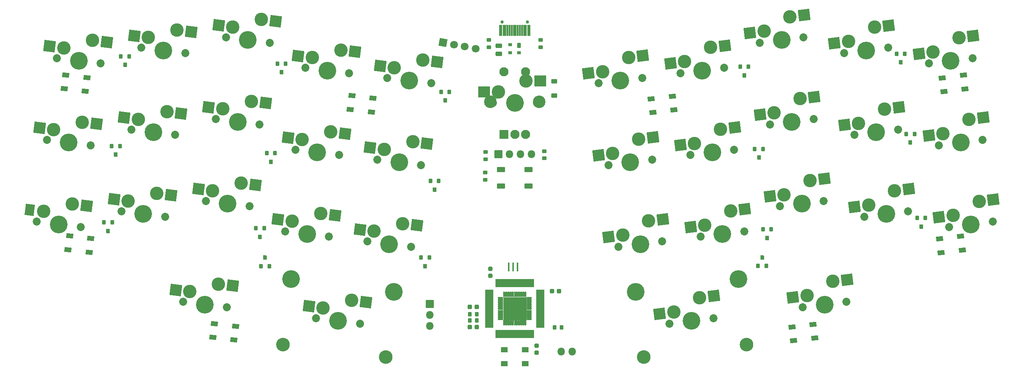
<source format=gbr>
%TF.GenerationSoftware,KiCad,Pcbnew,(6.0.4)*%
%TF.CreationDate,2022-05-08T12:30:25-05:00*%
%TF.ProjectId,LeChiffre-HE,4c654368-6966-4667-9265-2d48452e6b69,rev?*%
%TF.SameCoordinates,Original*%
%TF.FileFunction,Soldermask,Bot*%
%TF.FilePolarity,Negative*%
%FSLAX46Y46*%
G04 Gerber Fmt 4.6, Leading zero omitted, Abs format (unit mm)*
G04 Created by KiCad (PCBNEW (6.0.4)) date 2022-05-08 12:30:25*
%MOMM*%
%LPD*%
G01*
G04 APERTURE LIST*
G04 Aperture macros list*
%AMRoundRect*
0 Rectangle with rounded corners*
0 $1 Rounding radius*
0 $2 $3 $4 $5 $6 $7 $8 $9 X,Y pos of 4 corners*
0 Add a 4 corners polygon primitive as box body*
4,1,4,$2,$3,$4,$5,$6,$7,$8,$9,$2,$3,0*
0 Add four circle primitives for the rounded corners*
1,1,$1+$1,$2,$3*
1,1,$1+$1,$4,$5*
1,1,$1+$1,$6,$7*
1,1,$1+$1,$8,$9*
0 Add four rect primitives between the rounded corners*
20,1,$1+$1,$2,$3,$4,$5,0*
20,1,$1+$1,$4,$5,$6,$7,0*
20,1,$1+$1,$6,$7,$8,$9,0*
20,1,$1+$1,$8,$9,$2,$3,0*%
%AMHorizOval*
0 Thick line with rounded ends*
0 $1 width*
0 $2 $3 position (X,Y) of the first rounded end (center of the circle)*
0 $4 $5 position (X,Y) of the second rounded end (center of the circle)*
0 Add line between two ends*
20,1,$1,$2,$3,$4,$5,0*
0 Add two circle primitives to create the rounded ends*
1,1,$1,$2,$3*
1,1,$1,$4,$5*%
%AMFreePoly0*
4,1,14,0.486062,0.436062,0.501000,0.400000,0.501000,-0.240000,0.486062,-0.276062,0.326062,-0.436062,0.290000,-0.451000,-0.450000,-0.451000,-0.486062,-0.436062,-0.501000,-0.400000,-0.501000,0.400000,-0.486062,0.436062,-0.450000,0.451000,0.450000,0.451000,0.486062,0.436062,0.486062,0.436062,$1*%
G04 Aperture macros list end*
%ADD10C,1.852000*%
%ADD11C,3.102000*%
%ADD12C,4.089800*%
%ADD13RoundRect,0.051000X-1.417833X-1.085299X1.113160X-1.396066X1.417833X1.085299X-1.113160X1.396066X0*%
%ADD14RoundRect,0.051000X-1.144883X-1.118813X0.840209X-1.362552X1.144883X1.118813X-0.840209X1.362552X0*%
%ADD15C,3.150000*%
%ADD16RoundRect,0.051000X-1.113160X-1.396066X1.417833X-1.085299X1.113160X1.396066X-1.417833X1.085299X0*%
%ADD17RoundRect,0.051000X0.850000X0.850000X-0.850000X0.850000X-0.850000X-0.850000X0.850000X-0.850000X0*%
%ADD18O,1.802000X1.802000*%
%ADD19RoundRect,0.051000X0.850000X-0.850000X0.850000X0.850000X-0.850000X0.850000X-0.850000X-0.850000X0*%
%ADD20RoundRect,0.051000X1.000000X-1.000000X1.000000X1.000000X-1.000000X1.000000X-1.000000X-1.000000X0*%
%ADD21C,2.102000*%
%ADD22C,2.902000*%
%ADD23RoundRect,0.051000X-1.275000X-1.250000X1.275000X-1.250000X1.275000X1.250000X-1.275000X1.250000X0*%
%ADD24RoundRect,0.276000X0.225000X0.250000X-0.225000X0.250000X-0.225000X-0.250000X0.225000X-0.250000X0*%
%ADD25RoundRect,0.276000X-0.250000X0.225000X-0.250000X-0.225000X0.250000X-0.225000X0.250000X0.225000X0*%
%ADD26RoundRect,0.276000X0.250000X-0.225000X0.250000X0.225000X-0.250000X0.225000X-0.250000X-0.225000X0*%
%ADD27RoundRect,0.294750X0.456250X-0.243750X0.456250X0.243750X-0.456250X0.243750X-0.456250X-0.243750X0*%
%ADD28RoundRect,0.200000X-0.750000X-0.250000X0.750000X-0.250000X0.750000X0.250000X-0.750000X0.250000X0*%
%ADD29RoundRect,0.200000X-0.250000X-0.750000X0.250000X-0.750000X0.250000X0.750000X-0.250000X0.750000X0*%
%ADD30C,0.752000*%
%ADD31RoundRect,0.051000X-0.300000X-1.225000X0.300000X-1.225000X0.300000X1.225000X-0.300000X1.225000X0*%
%ADD32RoundRect,0.051000X-0.150000X-1.225000X0.150000X-1.225000X0.150000X1.225000X-0.150000X1.225000X0*%
%ADD33RoundRect,0.251000X0.275000X-0.200000X0.275000X0.200000X-0.275000X0.200000X-0.275000X-0.200000X0*%
%ADD34RoundRect,0.251000X0.200000X0.275000X-0.200000X0.275000X-0.200000X-0.275000X0.200000X-0.275000X0*%
%ADD35RoundRect,0.251000X-0.200000X-0.275000X0.200000X-0.275000X0.200000X0.275000X-0.200000X0.275000X0*%
%ADD36RoundRect,0.251000X-0.275000X0.200000X-0.275000X-0.200000X0.275000X-0.200000X0.275000X0.200000X0*%
%ADD37RoundRect,0.051000X-0.850000X-0.500000X0.850000X-0.500000X0.850000X0.500000X-0.850000X0.500000X0*%
%ADD38RoundRect,0.051000X-0.805344X-0.404871X0.683475X-0.587675X0.805344X0.404871X-0.683475X0.587675X0*%
%ADD39RoundRect,0.051000X0.805344X0.404871X-0.683475X0.587675X-0.805344X-0.404871X0.683475X-0.587675X0*%
%ADD40RoundRect,0.051000X0.683475X0.587675X-0.805344X0.404871X-0.683475X-0.587675X0.805344X-0.404871X0*%
%ADD41RoundRect,0.051000X-0.683475X-0.587675X0.805344X-0.404871X0.683475X0.587675X-0.805344X0.404871X0*%
%ADD42RoundRect,0.051000X-0.750000X-0.500000X0.750000X-0.500000X0.750000X0.500000X-0.750000X0.500000X0*%
%ADD43RoundRect,0.117667X-0.333333X0.383333X-0.333333X-0.383333X0.333333X-0.383333X0.333333X0.383333X0*%
%ADD44FreePoly0,270.000000*%
%ADD45RoundRect,0.117667X0.333333X-0.383333X0.333333X0.383333X-0.333333X0.383333X-0.333333X-0.383333X0*%
%ADD46FreePoly0,90.000000*%
%ADD47RoundRect,0.051000X-0.350000X0.500000X-0.350000X-0.500000X0.350000X-0.500000X0.350000X0.500000X0*%
%ADD48RoundRect,0.051000X-0.350000X0.300000X-0.350000X-0.300000X0.350000X-0.300000X0.350000X0.300000X0*%
%ADD49RoundRect,0.051000X0.600000X-0.450000X0.600000X0.450000X-0.600000X0.450000X-0.600000X-0.450000X0*%
%ADD50RoundRect,0.113500X-0.475000X-0.062500X0.475000X-0.062500X0.475000X0.062500X-0.475000X0.062500X0*%
%ADD51RoundRect,0.113500X-0.062500X-0.475000X0.062500X-0.475000X0.062500X0.475000X-0.062500X0.475000X0*%
%ADD52RoundRect,0.051000X-2.600000X-2.600000X2.600000X-2.600000X2.600000X2.600000X-2.600000X2.600000X0*%
%ADD53RoundRect,0.051000X-0.680866X0.990667X-0.990667X-0.680866X0.680866X-0.990667X0.990667X0.680866X0*%
%ADD54HorizOval,1.802000X0.000000X0.000000X0.000000X0.000000X0*%
%ADD55RoundRect,0.051000X0.150000X1.000000X-0.150000X1.000000X-0.150000X-1.000000X0.150000X-1.000000X0*%
G04 APERTURE END LIST*
D10*
X32463670Y-49809927D03*
D11*
X34033751Y-47443634D03*
D10*
X42547938Y-51048119D03*
D12*
X37505804Y-50429023D03*
D11*
X40645967Y-45696437D03*
D13*
X30783163Y-47044510D03*
X43923355Y-46098849D03*
D10*
X40226327Y-69956123D03*
D11*
X38324356Y-64604441D03*
D10*
X30142059Y-68717931D03*
D12*
X35184193Y-69337027D03*
D11*
X31712140Y-66351638D03*
D13*
X28461552Y-65952514D03*
X41601744Y-65006853D03*
D12*
X32862582Y-88245032D03*
D11*
X29390529Y-85259643D03*
D10*
X37904716Y-88864128D03*
X27820448Y-87625936D03*
D11*
X36002745Y-83512446D03*
D14*
X26139941Y-84860519D03*
D13*
X39280133Y-83914858D03*
D10*
X62036345Y-48642729D03*
D11*
X53522158Y-45038244D03*
X60134374Y-43291047D03*
D10*
X51952077Y-47404537D03*
D12*
X56994211Y-48023633D03*
D13*
X50271570Y-44639121D03*
X63411762Y-43693459D03*
D11*
X57812763Y-62199051D03*
X51200547Y-63946248D03*
D12*
X54672600Y-66931637D03*
D10*
X59714734Y-67550733D03*
X49630466Y-66312541D03*
D13*
X47949959Y-63547125D03*
X61090151Y-62601463D03*
D10*
X57393123Y-86458738D03*
X47308855Y-85220546D03*
D11*
X48878936Y-82854253D03*
D12*
X52350989Y-85839642D03*
D11*
X55491152Y-81107056D03*
D13*
X45628348Y-82455130D03*
X58768540Y-81509468D03*
D12*
X74161007Y-64526247D03*
D10*
X69118873Y-63907151D03*
D11*
X77301170Y-59793661D03*
D10*
X79203141Y-65145343D03*
D11*
X70688954Y-61540858D03*
D13*
X67438366Y-61141734D03*
X80578558Y-60196073D03*
D10*
X76881530Y-84053348D03*
D12*
X71839396Y-83434252D03*
D11*
X74979559Y-78701666D03*
D10*
X66797262Y-82815156D03*
D11*
X68367343Y-80448863D03*
D13*
X65116755Y-80049739D03*
X78256947Y-79104078D03*
D10*
X99852353Y-53285951D03*
X89768085Y-52047759D03*
D11*
X97950382Y-47934269D03*
X91338166Y-49681466D03*
D12*
X94810219Y-52666855D03*
D13*
X88087578Y-49282343D03*
X101227770Y-48336681D03*
D10*
X87446474Y-70955763D03*
D12*
X92488608Y-71574859D03*
D11*
X89016555Y-68589470D03*
X95628771Y-66842273D03*
D10*
X97530742Y-72193955D03*
D13*
X85765967Y-68190347D03*
X98906159Y-67244685D03*
D10*
X85124863Y-89863768D03*
D11*
X93307160Y-85750278D03*
X86694944Y-87497475D03*
D12*
X90166997Y-90482864D03*
D10*
X95209131Y-91101960D03*
D13*
X83444356Y-87098352D03*
X96584548Y-86152690D03*
D10*
X108676089Y-54369370D03*
D11*
X110246170Y-52003077D03*
X116858386Y-50255880D03*
D10*
X118760357Y-55607562D03*
D12*
X113718223Y-54988466D03*
D13*
X106995582Y-51603953D03*
X120135774Y-50658292D03*
D10*
X116438746Y-74515566D03*
D11*
X114536775Y-69163884D03*
X107924559Y-70911081D03*
D12*
X111396612Y-73896470D03*
D10*
X106354478Y-73277374D03*
D13*
X104673971Y-70511957D03*
X117814163Y-69566296D03*
D11*
X105602949Y-89819086D03*
D10*
X114117136Y-93423571D03*
X104032868Y-92185379D03*
D11*
X112215165Y-88071889D03*
D12*
X109075002Y-92804475D03*
D13*
X102352361Y-89419962D03*
X115492553Y-88474301D03*
D15*
X108297147Y-118939484D03*
D12*
X110154435Y-103813081D03*
D11*
X93827335Y-107566284D03*
X100439551Y-105819087D03*
D12*
X97299388Y-110551673D03*
X86456403Y-100903328D03*
D10*
X92257254Y-109932577D03*
X102341522Y-111170769D03*
D15*
X84599115Y-116029732D03*
D13*
X90576747Y-107167161D03*
X103716939Y-106221499D03*
D10*
X157369643Y-55607562D03*
D11*
X164313748Y-49636783D03*
D12*
X162411777Y-54988466D03*
D11*
X158320628Y-52931721D03*
D10*
X167453911Y-54369370D03*
D16*
X155070039Y-53330843D03*
X167591135Y-49234371D03*
D12*
X164733388Y-73896470D03*
D10*
X159691254Y-74515566D03*
D11*
X160642239Y-71839725D03*
D10*
X169775522Y-73277374D03*
D11*
X166635359Y-68544787D03*
D16*
X157391650Y-72238847D03*
X169912746Y-68142375D03*
D10*
X172097132Y-92185379D03*
X162012864Y-93423571D03*
D11*
X168956969Y-87452792D03*
D12*
X167054998Y-92804475D03*
D11*
X162963849Y-90747730D03*
D16*
X159713260Y-91146852D03*
X172234356Y-87050380D03*
D12*
X189673597Y-100903328D03*
D10*
X173788478Y-111170769D03*
D15*
X191530885Y-116029732D03*
D11*
X174739463Y-108494928D03*
D15*
X167832853Y-118939484D03*
D11*
X180732583Y-105199990D03*
D10*
X183872746Y-109932577D03*
D12*
X165975565Y-103813081D03*
X178830612Y-110551673D03*
D16*
X171488874Y-108894050D03*
X184009970Y-104797578D03*
D10*
X186361915Y-52047759D03*
D11*
X177228632Y-50610110D03*
D12*
X181319781Y-52666855D03*
D10*
X176277647Y-53285951D03*
D11*
X183221752Y-47315172D03*
D16*
X173978043Y-51009232D03*
X186499139Y-46912760D03*
D10*
X178599258Y-72193955D03*
D12*
X183641392Y-71574859D03*
D10*
X188683526Y-70955763D03*
D11*
X185543363Y-66223176D03*
X179550243Y-69518114D03*
D16*
X176299654Y-69917236D03*
X188820750Y-65820764D03*
D10*
X180920869Y-91101960D03*
X191005137Y-89863768D03*
D11*
X181871854Y-88426119D03*
X187864974Y-85131181D03*
D12*
X185963003Y-90482864D03*
D16*
X178621265Y-88825241D03*
X191142361Y-84728769D03*
D11*
X211457842Y-101427403D03*
D10*
X204513737Y-107398182D03*
D12*
X209555871Y-106779086D03*
D11*
X205464722Y-104722341D03*
D10*
X214598005Y-106159990D03*
D16*
X202214133Y-105121463D03*
X214735229Y-101024991D03*
D11*
X201549353Y-40266560D03*
D10*
X204689516Y-44999147D03*
D12*
X199647382Y-45618243D03*
D11*
X195556233Y-43561498D03*
D10*
X194605248Y-46237339D03*
D16*
X192305644Y-43960620D03*
X204826740Y-39864148D03*
D10*
X196926859Y-65145343D03*
D11*
X203870964Y-59174564D03*
D10*
X207011127Y-63907151D03*
D12*
X201968993Y-64526247D03*
D11*
X197877844Y-62469502D03*
D16*
X194627255Y-62868624D03*
X207148351Y-58772152D03*
D11*
X206192575Y-78082569D03*
D12*
X204290604Y-83434252D03*
D11*
X200199455Y-81377507D03*
D10*
X199248470Y-84053348D03*
X209332738Y-82815156D03*
D16*
X196948866Y-81776629D03*
X209469962Y-77680157D03*
D12*
X219135789Y-48023633D03*
D10*
X224177923Y-47404537D03*
D11*
X215044640Y-45966888D03*
X221037760Y-42671950D03*
D10*
X214093655Y-48642729D03*
D16*
X211794051Y-46366010D03*
X224315147Y-42269538D03*
D10*
X226499534Y-66312541D03*
D11*
X217366251Y-64874892D03*
D12*
X221457400Y-66931637D03*
D10*
X216415266Y-67550733D03*
D11*
X223359371Y-61579954D03*
D16*
X214115662Y-65274014D03*
X226636758Y-61177542D03*
D12*
X223779011Y-85839642D03*
D10*
X218736877Y-86458738D03*
X228821145Y-85220546D03*
D11*
X219687862Y-83782897D03*
X225680982Y-80487959D03*
D16*
X216437273Y-84182019D03*
X228958369Y-80085547D03*
D11*
X240526167Y-45077340D03*
X234533047Y-48372278D03*
D10*
X233582062Y-51048119D03*
X243666330Y-49809927D03*
D12*
X238624196Y-50429023D03*
D16*
X231282458Y-48771400D03*
X243803554Y-44674928D03*
D12*
X240945807Y-69337027D03*
D10*
X245987941Y-68717931D03*
X235903673Y-69956123D03*
D11*
X236854658Y-67280282D03*
X242847778Y-63985344D03*
D16*
X233604069Y-67679404D03*
X246125165Y-63582932D03*
D10*
X248309552Y-87625936D03*
D11*
X245169389Y-82893349D03*
D12*
X243267418Y-88245032D03*
D10*
X238225284Y-88864128D03*
D11*
X239176269Y-86188287D03*
D16*
X235925680Y-86587409D03*
X248446776Y-82490937D03*
D17*
X118470000Y-106640000D03*
D18*
X118470000Y-109180000D03*
X118470000Y-111720000D03*
D19*
X134265000Y-72000000D03*
D18*
X136805000Y-72000000D03*
X139345000Y-72000000D03*
X141885000Y-72000000D03*
D10*
X71616263Y-107398182D03*
D11*
X63102076Y-103793697D03*
D12*
X66574129Y-106779086D03*
D10*
X61531995Y-106159990D03*
D11*
X69714292Y-102046500D03*
D13*
X59851488Y-103394573D03*
X72991680Y-102448912D03*
D10*
X81524752Y-46237339D03*
D12*
X76482618Y-45618243D03*
D10*
X71440484Y-44999147D03*
D11*
X79622781Y-40885657D03*
X73010565Y-42632854D03*
D13*
X69759977Y-42233730D03*
X82900169Y-41288069D03*
D20*
X135565000Y-67440000D03*
D21*
X140565000Y-67440000D03*
X138065000Y-67440000D03*
D22*
X143665000Y-59940000D03*
X132465000Y-59940000D03*
D21*
X140565000Y-52940000D03*
X135565000Y-52940000D03*
D10*
X132985000Y-60190000D03*
D12*
X138065000Y-60190000D03*
D10*
X143145000Y-60190000D03*
D11*
X140605000Y-55110000D03*
X134255000Y-57650000D03*
D23*
X130980000Y-57650000D03*
X143907000Y-55110000D03*
D18*
X151295000Y-117645000D03*
X148755000Y-117645000D03*
D24*
X148250000Y-103650000D03*
X146700000Y-103650000D03*
D25*
X143100000Y-116325000D03*
X143100000Y-117875000D03*
D24*
X129275000Y-107350000D03*
X127725000Y-107350000D03*
X129275000Y-112000000D03*
X127725000Y-112000000D03*
D26*
X132400000Y-100090000D03*
X132400000Y-98540000D03*
D27*
X134350000Y-48837500D03*
X134350000Y-46962500D03*
D28*
X132165000Y-111720000D03*
X132165000Y-110920000D03*
X132165000Y-110120000D03*
X132165000Y-109320000D03*
X132165000Y-108520000D03*
X132165000Y-107720000D03*
X132165000Y-106920000D03*
X132165000Y-106120000D03*
X132165000Y-105320000D03*
X132165000Y-104520000D03*
X132165000Y-103720000D03*
D29*
X134065000Y-101820000D03*
X134865000Y-101820000D03*
X135665000Y-101820000D03*
X136465000Y-101820000D03*
X137265000Y-101820000D03*
X138065000Y-101820000D03*
X138865000Y-101820000D03*
X139665000Y-101820000D03*
X140465000Y-101820000D03*
X141265000Y-101820000D03*
X142065000Y-101820000D03*
D28*
X143965000Y-103720000D03*
X143965000Y-104520000D03*
X143965000Y-105320000D03*
X143965000Y-106120000D03*
X143965000Y-106920000D03*
X143965000Y-107720000D03*
X143965000Y-108520000D03*
X143965000Y-109320000D03*
X143965000Y-110120000D03*
X143965000Y-110920000D03*
X143965000Y-111720000D03*
D29*
X142065000Y-113620000D03*
X141265000Y-113620000D03*
X140465000Y-113620000D03*
X139665000Y-113620000D03*
X138865000Y-113620000D03*
X138065000Y-113620000D03*
X137265000Y-113620000D03*
X136465000Y-113620000D03*
X135665000Y-113620000D03*
X134865000Y-113620000D03*
X134065000Y-113620000D03*
D30*
X135175000Y-41450000D03*
X140955000Y-41450000D03*
D31*
X134840000Y-43395000D03*
X135615000Y-43395000D03*
D32*
X136315000Y-43395000D03*
X136815000Y-43395000D03*
X137315000Y-43395000D03*
X137815000Y-43395000D03*
X138315000Y-43395000D03*
X138815000Y-43395000D03*
X139315000Y-43395000D03*
X139815000Y-43395000D03*
D31*
X140515000Y-43395000D03*
X141290000Y-43395000D03*
D33*
X132125000Y-47275000D03*
X132125000Y-45625000D03*
X144000000Y-47275000D03*
X144000000Y-45625000D03*
D34*
X129325000Y-108975000D03*
X127675000Y-108975000D03*
D35*
X127675000Y-110475000D03*
X129325000Y-110475000D03*
D36*
X131210000Y-76265000D03*
X131210000Y-77915000D03*
D34*
X148865000Y-112070000D03*
X147215000Y-112070000D03*
D37*
X141215000Y-79350000D03*
X134915000Y-79350000D03*
X134915000Y-75550000D03*
X141215000Y-75550000D03*
D33*
X131360000Y-73165000D03*
X131360000Y-71515000D03*
X144840000Y-72985000D03*
X144840000Y-71335000D03*
D38*
X68393271Y-114379494D03*
X68783253Y-111203346D03*
X73646729Y-111800506D03*
X73256747Y-114976654D03*
D39*
X39366729Y-54290506D03*
X38976747Y-57466654D03*
X34113271Y-56869494D03*
X34503253Y-53693346D03*
X105356729Y-59090506D03*
X104966747Y-62266654D03*
X100103271Y-61669494D03*
X100493253Y-58493346D03*
D40*
X174406747Y-58623346D03*
X174796729Y-61799494D03*
X169933253Y-62396654D03*
X169543271Y-59220506D03*
D41*
X236423253Y-94776654D03*
X236033271Y-91600506D03*
X240896747Y-91003346D03*
X241286729Y-94179494D03*
X202403253Y-115136654D03*
X202013271Y-111960506D03*
X206876747Y-111363346D03*
X207266729Y-114539494D03*
D42*
X135610000Y-120450000D03*
X135610000Y-117250000D03*
X140510000Y-117250000D03*
X140510000Y-120450000D03*
D38*
X34993271Y-94099494D03*
X35383253Y-90923346D03*
X40246729Y-91520506D03*
X39856747Y-94696654D03*
D40*
X241546747Y-53763346D03*
X241936729Y-56939494D03*
X237073253Y-57536654D03*
X236683271Y-54360506D03*
D43*
X118600000Y-78220000D03*
X120500000Y-78220000D03*
D44*
X119550000Y-80220000D03*
D45*
X81430000Y-97890000D03*
X79530000Y-97890000D03*
D46*
X80480000Y-95890000D03*
D47*
X139025000Y-46900000D03*
D48*
X139025000Y-48600000D03*
X137025000Y-48600000D03*
X137025000Y-46700000D03*
D43*
X80830000Y-71770000D03*
X82730000Y-71770000D03*
D44*
X81780000Y-73770000D03*
D43*
X190060000Y-51810000D03*
X191960000Y-51810000D03*
D44*
X191010000Y-53810000D03*
D49*
X147180000Y-58500000D03*
X147180000Y-55200000D03*
D50*
X134727500Y-110210000D03*
X134727501Y-109710000D03*
X134727500Y-109210000D03*
X134727500Y-108710000D03*
X134727501Y-108210000D03*
X134727500Y-107710000D03*
X134727501Y-107210000D03*
X134727500Y-106710000D03*
X134727500Y-106210000D03*
X134727501Y-105710000D03*
X134727500Y-105210000D03*
D51*
X135565000Y-104372500D03*
X136065000Y-104372501D03*
X136565000Y-104372500D03*
X137065000Y-104372500D03*
X137565000Y-104372501D03*
X138065000Y-104372500D03*
X138565000Y-104372501D03*
X139065000Y-104372500D03*
X139565000Y-104372500D03*
X140065000Y-104372501D03*
X140565000Y-104372500D03*
D50*
X141402500Y-105210000D03*
X141402499Y-105710000D03*
X141402500Y-106210000D03*
X141402500Y-106710000D03*
X141402499Y-107210000D03*
X141402500Y-107710000D03*
X141402499Y-108210000D03*
X141402500Y-108710000D03*
X141402500Y-109210000D03*
X141402499Y-109710000D03*
X141402500Y-110210000D03*
D51*
X140565000Y-111047500D03*
X140065000Y-111047499D03*
X139565000Y-111047500D03*
X139065000Y-111047500D03*
X138565000Y-111047500D03*
X138065000Y-111047500D03*
X137565000Y-111047499D03*
X137065000Y-111047500D03*
X136565000Y-111047500D03*
X136065000Y-111047499D03*
X135565000Y-111047500D03*
D52*
X138065000Y-107710000D03*
D43*
X193420000Y-70800000D03*
X195320000Y-70800000D03*
D44*
X194370000Y-72800000D03*
D43*
X116450000Y-95925000D03*
X118350000Y-95925000D03*
D44*
X117400000Y-97925000D03*
D43*
X226140000Y-48800000D03*
X228040000Y-48800000D03*
D44*
X227090000Y-50800000D03*
D45*
X196090000Y-97850000D03*
X194190000Y-97850000D03*
D46*
X195140000Y-95850000D03*
D43*
X230870000Y-86770000D03*
X232770000Y-86770000D03*
D44*
X231820000Y-88770000D03*
D43*
X228370000Y-67340000D03*
X230270000Y-67340000D03*
D44*
X229320000Y-69340000D03*
D43*
X45070000Y-70120000D03*
X46970000Y-70120000D03*
D44*
X46020000Y-72120000D03*
D43*
X121070000Y-57600000D03*
X122970000Y-57600000D03*
D44*
X122020000Y-59600000D03*
D43*
X47210000Y-49380000D03*
X49110000Y-49380000D03*
D44*
X48160000Y-51380000D03*
D43*
X195320000Y-89380000D03*
X197220000Y-89380000D03*
D44*
X196270000Y-91380000D03*
D53*
X121539076Y-46202087D03*
D54*
X124036543Y-46664965D03*
X126534011Y-47127843D03*
X129031478Y-47590722D03*
D55*
X138685000Y-98050000D03*
X137660000Y-98050000D03*
X136635000Y-98050000D03*
D43*
X83310000Y-51070000D03*
X85210000Y-51070000D03*
D44*
X84260000Y-53070000D03*
D43*
X78350000Y-89150000D03*
X80250000Y-89150000D03*
D44*
X79300000Y-91150000D03*
D43*
X43290000Y-87800000D03*
X45190000Y-87800000D03*
D44*
X44240000Y-89800000D03*
G36*
X140218893Y-103830455D02*
G01*
X140265947Y-103869778D01*
X140334663Y-103878408D01*
X140397292Y-103848443D01*
X140404796Y-103839782D01*
X140406687Y-103839128D01*
X140408198Y-103840438D01*
X140407971Y-103842203D01*
X140399525Y-103854844D01*
X140391000Y-103897699D01*
X140391000Y-104847301D01*
X140399525Y-104890156D01*
X140423685Y-104926315D01*
X140459844Y-104950475D01*
X140502699Y-104959000D01*
X140627301Y-104959000D01*
X140670156Y-104950475D01*
X140706315Y-104926315D01*
X140727211Y-104895042D01*
X140729005Y-104894157D01*
X140730668Y-104895268D01*
X140730836Y-104896543D01*
X140730149Y-104899996D01*
X140736349Y-104969275D01*
X140778836Y-105023969D01*
X140844309Y-105047067D01*
X140874842Y-105044884D01*
X140878456Y-105044165D01*
X140880350Y-105044808D01*
X140880740Y-105046770D01*
X140879957Y-105047790D01*
X140848685Y-105068685D01*
X140824525Y-105104844D01*
X140816000Y-105147699D01*
X140816000Y-105272301D01*
X140824525Y-105315156D01*
X140848685Y-105351315D01*
X140884844Y-105375475D01*
X140927699Y-105384000D01*
X141877301Y-105384000D01*
X141920156Y-105375475D01*
X141941898Y-105360948D01*
X141943894Y-105360817D01*
X141945005Y-105362480D01*
X141944544Y-105363894D01*
X141905223Y-105410945D01*
X141896592Y-105479661D01*
X141926555Y-105542290D01*
X141935223Y-105549800D01*
X141935877Y-105551690D01*
X141934567Y-105553202D01*
X141932802Y-105552975D01*
X141920155Y-105544525D01*
X141877300Y-105536000D01*
X140927698Y-105536000D01*
X140884843Y-105544525D01*
X140848684Y-105568685D01*
X140824524Y-105604844D01*
X140815999Y-105647699D01*
X140815999Y-105772301D01*
X140824524Y-105815156D01*
X140848684Y-105851315D01*
X140884843Y-105875475D01*
X140927698Y-105884000D01*
X141877300Y-105884000D01*
X141920155Y-105875475D01*
X141941899Y-105860947D01*
X141943895Y-105860816D01*
X141945006Y-105862479D01*
X141944545Y-105863893D01*
X141905222Y-105910947D01*
X141896592Y-105979663D01*
X141926557Y-106042292D01*
X141935218Y-106049796D01*
X141935872Y-106051687D01*
X141934562Y-106053198D01*
X141932797Y-106052971D01*
X141920156Y-106044525D01*
X141877301Y-106036000D01*
X140927699Y-106036000D01*
X140884844Y-106044525D01*
X140848685Y-106068685D01*
X140824525Y-106104844D01*
X140816000Y-106147699D01*
X140816000Y-106272301D01*
X140824525Y-106315156D01*
X140848685Y-106351315D01*
X140884844Y-106375475D01*
X140927699Y-106384000D01*
X141877301Y-106384000D01*
X141920156Y-106375475D01*
X141941898Y-106360948D01*
X141943894Y-106360817D01*
X141945005Y-106362480D01*
X141944544Y-106363894D01*
X141905223Y-106410945D01*
X141896592Y-106479661D01*
X141926556Y-106542291D01*
X141935219Y-106549798D01*
X141935873Y-106551688D01*
X141934563Y-106553199D01*
X141932798Y-106552972D01*
X141920156Y-106544525D01*
X141877301Y-106536000D01*
X140927699Y-106536000D01*
X140884844Y-106544525D01*
X140848685Y-106568685D01*
X140824525Y-106604844D01*
X140816000Y-106647699D01*
X140816000Y-106772301D01*
X140824525Y-106815156D01*
X140848685Y-106851315D01*
X140884844Y-106875475D01*
X140927699Y-106884000D01*
X141877301Y-106884000D01*
X141920156Y-106875475D01*
X141941898Y-106860948D01*
X141943894Y-106860817D01*
X141945005Y-106862480D01*
X141944544Y-106863894D01*
X141905223Y-106910945D01*
X141896592Y-106979661D01*
X141926555Y-107042290D01*
X141935223Y-107049800D01*
X141935877Y-107051690D01*
X141934567Y-107053202D01*
X141932802Y-107052975D01*
X141920155Y-107044525D01*
X141877300Y-107036000D01*
X140927698Y-107036000D01*
X140884843Y-107044525D01*
X140848684Y-107068685D01*
X140824524Y-107104844D01*
X140815999Y-107147699D01*
X140815999Y-107272301D01*
X140824524Y-107315156D01*
X140848684Y-107351315D01*
X140884843Y-107375475D01*
X140927698Y-107384000D01*
X141877300Y-107384000D01*
X141920155Y-107375475D01*
X141941899Y-107360947D01*
X141943895Y-107360816D01*
X141945006Y-107362479D01*
X141944545Y-107363893D01*
X141905222Y-107410947D01*
X141896592Y-107479663D01*
X141926557Y-107542292D01*
X141935218Y-107549796D01*
X141935872Y-107551687D01*
X141934562Y-107553198D01*
X141932797Y-107552971D01*
X141920156Y-107544525D01*
X141877301Y-107536000D01*
X140927699Y-107536000D01*
X140884844Y-107544525D01*
X140848685Y-107568685D01*
X140824525Y-107604844D01*
X140816000Y-107647699D01*
X140816000Y-107772301D01*
X140824525Y-107815156D01*
X140848685Y-107851315D01*
X140884844Y-107875475D01*
X140927699Y-107884000D01*
X141877301Y-107884000D01*
X141920156Y-107875475D01*
X141941898Y-107860948D01*
X141943894Y-107860817D01*
X141945005Y-107862480D01*
X141944544Y-107863894D01*
X141905223Y-107910945D01*
X141896592Y-107979661D01*
X141926555Y-108042290D01*
X141935223Y-108049800D01*
X141935877Y-108051690D01*
X141934567Y-108053202D01*
X141932802Y-108052975D01*
X141920155Y-108044525D01*
X141877300Y-108036000D01*
X140927698Y-108036000D01*
X140884843Y-108044525D01*
X140848684Y-108068685D01*
X140824524Y-108104844D01*
X140815999Y-108147699D01*
X140815999Y-108272301D01*
X140824524Y-108315156D01*
X140848684Y-108351315D01*
X140884843Y-108375475D01*
X140927698Y-108384000D01*
X141877300Y-108384000D01*
X141920155Y-108375475D01*
X141941899Y-108360947D01*
X141943895Y-108360816D01*
X141945006Y-108362479D01*
X141944545Y-108363893D01*
X141905222Y-108410947D01*
X141896592Y-108479663D01*
X141926557Y-108542292D01*
X141935218Y-108549796D01*
X141935872Y-108551687D01*
X141934562Y-108553198D01*
X141932797Y-108552971D01*
X141920156Y-108544525D01*
X141877301Y-108536000D01*
X140927699Y-108536000D01*
X140884844Y-108544525D01*
X140848685Y-108568685D01*
X140824525Y-108604844D01*
X140816000Y-108647699D01*
X140816000Y-108772301D01*
X140824525Y-108815156D01*
X140848685Y-108851315D01*
X140884844Y-108875475D01*
X140927699Y-108884000D01*
X141877301Y-108884000D01*
X141920156Y-108875475D01*
X141941898Y-108860948D01*
X141943894Y-108860817D01*
X141945005Y-108862480D01*
X141944544Y-108863894D01*
X141905223Y-108910945D01*
X141896592Y-108979661D01*
X141926556Y-109042291D01*
X141935219Y-109049798D01*
X141935873Y-109051688D01*
X141934563Y-109053199D01*
X141932798Y-109052972D01*
X141920156Y-109044525D01*
X141877301Y-109036000D01*
X140927699Y-109036000D01*
X140884844Y-109044525D01*
X140848685Y-109068685D01*
X140824525Y-109104844D01*
X140816000Y-109147699D01*
X140816000Y-109272301D01*
X140824525Y-109315156D01*
X140848685Y-109351315D01*
X140884844Y-109375475D01*
X140927699Y-109384000D01*
X141877301Y-109384000D01*
X141920156Y-109375475D01*
X141941898Y-109360948D01*
X141943894Y-109360817D01*
X141945005Y-109362480D01*
X141944544Y-109363894D01*
X141905223Y-109410945D01*
X141896592Y-109479661D01*
X141926555Y-109542290D01*
X141935223Y-109549800D01*
X141935877Y-109551690D01*
X141934567Y-109553202D01*
X141932802Y-109552975D01*
X141920155Y-109544525D01*
X141877300Y-109536000D01*
X140927698Y-109536000D01*
X140884843Y-109544525D01*
X140848684Y-109568685D01*
X140824524Y-109604844D01*
X140815999Y-109647699D01*
X140815999Y-109772301D01*
X140824524Y-109815156D01*
X140848684Y-109851315D01*
X140884843Y-109875475D01*
X140927698Y-109884000D01*
X141877300Y-109884000D01*
X141920155Y-109875475D01*
X141941899Y-109860947D01*
X141943895Y-109860816D01*
X141945006Y-109862479D01*
X141944545Y-109863893D01*
X141905222Y-109910947D01*
X141896592Y-109979663D01*
X141926557Y-110042292D01*
X141935218Y-110049796D01*
X141935872Y-110051687D01*
X141934562Y-110053198D01*
X141932797Y-110052971D01*
X141920156Y-110044525D01*
X141877301Y-110036000D01*
X140927699Y-110036000D01*
X140884844Y-110044525D01*
X140848685Y-110068685D01*
X140824525Y-110104844D01*
X140816000Y-110147699D01*
X140816000Y-110272301D01*
X140824525Y-110315156D01*
X140848685Y-110351315D01*
X140879958Y-110372211D01*
X140880843Y-110374005D01*
X140879732Y-110375668D01*
X140878457Y-110375836D01*
X140875004Y-110375149D01*
X140805725Y-110381349D01*
X140751031Y-110423836D01*
X140727933Y-110489309D01*
X140730116Y-110519842D01*
X140730835Y-110523456D01*
X140730192Y-110525350D01*
X140728230Y-110525740D01*
X140727210Y-110524957D01*
X140706315Y-110493685D01*
X140670156Y-110469525D01*
X140627301Y-110461000D01*
X140502699Y-110461000D01*
X140459844Y-110469525D01*
X140423685Y-110493685D01*
X140399525Y-110529844D01*
X140391000Y-110572699D01*
X140391000Y-111522301D01*
X140399525Y-111565156D01*
X140414052Y-111586898D01*
X140414183Y-111588894D01*
X140412520Y-111590005D01*
X140411106Y-111589544D01*
X140364055Y-111550223D01*
X140295339Y-111541592D01*
X140232710Y-111571555D01*
X140225200Y-111580223D01*
X140223310Y-111580877D01*
X140221798Y-111579567D01*
X140222025Y-111577802D01*
X140230475Y-111565155D01*
X140239000Y-111522300D01*
X140239000Y-110572698D01*
X140230475Y-110529843D01*
X140206315Y-110493684D01*
X140170156Y-110469524D01*
X140127301Y-110460999D01*
X140002699Y-110460999D01*
X139959844Y-110469524D01*
X139923685Y-110493684D01*
X139899525Y-110529843D01*
X139891000Y-110572698D01*
X139891000Y-111522300D01*
X139899525Y-111565155D01*
X139914053Y-111586899D01*
X139914184Y-111588895D01*
X139912521Y-111590006D01*
X139911107Y-111589545D01*
X139864053Y-111550222D01*
X139795337Y-111541592D01*
X139732708Y-111571557D01*
X139725204Y-111580218D01*
X139723313Y-111580872D01*
X139721802Y-111579562D01*
X139722029Y-111577797D01*
X139730475Y-111565156D01*
X139739000Y-111522301D01*
X139739000Y-110572699D01*
X139730475Y-110529844D01*
X139706315Y-110493685D01*
X139670156Y-110469525D01*
X139627301Y-110461000D01*
X139502699Y-110461000D01*
X139459844Y-110469525D01*
X139423685Y-110493685D01*
X139399525Y-110529844D01*
X139391000Y-110572699D01*
X139391000Y-111522301D01*
X139399525Y-111565156D01*
X139414052Y-111586898D01*
X139414183Y-111588894D01*
X139412520Y-111590005D01*
X139411106Y-111589544D01*
X139364055Y-111550223D01*
X139295339Y-111541592D01*
X139232709Y-111571556D01*
X139225202Y-111580219D01*
X139223312Y-111580873D01*
X139221801Y-111579563D01*
X139222028Y-111577798D01*
X139230475Y-111565156D01*
X139239000Y-111522301D01*
X139239000Y-110572699D01*
X139230475Y-110529844D01*
X139206315Y-110493685D01*
X139170156Y-110469525D01*
X139127301Y-110461000D01*
X139002699Y-110461000D01*
X138959844Y-110469525D01*
X138923685Y-110493685D01*
X138899525Y-110529844D01*
X138891000Y-110572699D01*
X138891000Y-111522301D01*
X138899525Y-111565156D01*
X138914052Y-111586898D01*
X138914183Y-111588894D01*
X138912520Y-111590005D01*
X138911106Y-111589544D01*
X138864055Y-111550223D01*
X138795339Y-111541592D01*
X138732709Y-111571556D01*
X138725202Y-111580219D01*
X138723312Y-111580873D01*
X138721801Y-111579563D01*
X138722028Y-111577798D01*
X138730475Y-111565156D01*
X138739000Y-111522301D01*
X138739000Y-110572699D01*
X138730475Y-110529844D01*
X138706315Y-110493685D01*
X138670156Y-110469525D01*
X138627301Y-110461000D01*
X138502699Y-110461000D01*
X138459844Y-110469525D01*
X138423685Y-110493685D01*
X138399525Y-110529844D01*
X138391000Y-110572699D01*
X138391000Y-111522301D01*
X138399525Y-111565156D01*
X138414052Y-111586898D01*
X138414183Y-111588894D01*
X138412520Y-111590005D01*
X138411106Y-111589544D01*
X138364055Y-111550223D01*
X138295339Y-111541592D01*
X138232709Y-111571556D01*
X138225202Y-111580219D01*
X138223312Y-111580873D01*
X138221801Y-111579563D01*
X138222028Y-111577798D01*
X138230475Y-111565156D01*
X138239000Y-111522301D01*
X138239000Y-110572699D01*
X138230475Y-110529844D01*
X138206315Y-110493685D01*
X138170156Y-110469525D01*
X138127301Y-110461000D01*
X138002699Y-110461000D01*
X137959844Y-110469525D01*
X137923685Y-110493685D01*
X137899525Y-110529844D01*
X137891000Y-110572699D01*
X137891000Y-111522301D01*
X137899525Y-111565156D01*
X137914052Y-111586898D01*
X137914183Y-111588894D01*
X137912520Y-111590005D01*
X137911106Y-111589544D01*
X137864055Y-111550223D01*
X137795339Y-111541592D01*
X137732710Y-111571555D01*
X137725200Y-111580223D01*
X137723310Y-111580877D01*
X137721798Y-111579567D01*
X137722025Y-111577802D01*
X137730475Y-111565155D01*
X137739000Y-111522300D01*
X137739000Y-110572698D01*
X137730475Y-110529843D01*
X137706315Y-110493684D01*
X137670156Y-110469524D01*
X137627301Y-110460999D01*
X137502699Y-110460999D01*
X137459844Y-110469524D01*
X137423685Y-110493684D01*
X137399525Y-110529843D01*
X137391000Y-110572698D01*
X137391000Y-111522300D01*
X137399525Y-111565155D01*
X137414053Y-111586899D01*
X137414184Y-111588895D01*
X137412521Y-111590006D01*
X137411107Y-111589545D01*
X137364053Y-111550222D01*
X137295337Y-111541592D01*
X137232708Y-111571557D01*
X137225204Y-111580218D01*
X137223313Y-111580872D01*
X137221802Y-111579562D01*
X137222029Y-111577797D01*
X137230475Y-111565156D01*
X137239000Y-111522301D01*
X137239000Y-110572699D01*
X137230475Y-110529844D01*
X137206315Y-110493685D01*
X137170156Y-110469525D01*
X137127301Y-110461000D01*
X137002699Y-110461000D01*
X136959844Y-110469525D01*
X136923685Y-110493685D01*
X136899525Y-110529844D01*
X136891000Y-110572699D01*
X136891000Y-111522301D01*
X136899525Y-111565156D01*
X136914052Y-111586898D01*
X136914183Y-111588894D01*
X136912520Y-111590005D01*
X136911106Y-111589544D01*
X136864055Y-111550223D01*
X136795339Y-111541592D01*
X136732709Y-111571556D01*
X136725202Y-111580219D01*
X136723312Y-111580873D01*
X136721801Y-111579563D01*
X136722028Y-111577798D01*
X136730475Y-111565156D01*
X136739000Y-111522301D01*
X136739000Y-110572699D01*
X136730475Y-110529844D01*
X136706315Y-110493685D01*
X136670156Y-110469525D01*
X136627301Y-110461000D01*
X136502699Y-110461000D01*
X136459844Y-110469525D01*
X136423685Y-110493685D01*
X136399525Y-110529844D01*
X136391000Y-110572699D01*
X136391000Y-111522301D01*
X136399525Y-111565156D01*
X136414052Y-111586898D01*
X136414183Y-111588894D01*
X136412520Y-111590005D01*
X136411106Y-111589544D01*
X136364055Y-111550223D01*
X136295339Y-111541592D01*
X136232710Y-111571555D01*
X136225200Y-111580223D01*
X136223310Y-111580877D01*
X136221798Y-111579567D01*
X136222025Y-111577802D01*
X136230475Y-111565155D01*
X136239000Y-111522300D01*
X136239000Y-110572698D01*
X136230475Y-110529843D01*
X136206315Y-110493684D01*
X136170156Y-110469524D01*
X136127301Y-110460999D01*
X136002699Y-110460999D01*
X135959844Y-110469524D01*
X135923685Y-110493684D01*
X135899525Y-110529843D01*
X135891000Y-110572698D01*
X135891000Y-111522300D01*
X135899525Y-111565155D01*
X135914053Y-111586899D01*
X135914184Y-111588895D01*
X135912521Y-111590006D01*
X135911107Y-111589545D01*
X135864053Y-111550222D01*
X135795337Y-111541592D01*
X135732708Y-111571557D01*
X135725204Y-111580218D01*
X135723313Y-111580872D01*
X135721802Y-111579562D01*
X135722029Y-111577797D01*
X135730475Y-111565156D01*
X135739000Y-111522301D01*
X135739000Y-110572699D01*
X135730475Y-110529844D01*
X135706315Y-110493685D01*
X135670156Y-110469525D01*
X135627301Y-110461000D01*
X135502699Y-110461000D01*
X135459844Y-110469525D01*
X135423685Y-110493685D01*
X135402789Y-110524958D01*
X135400995Y-110525843D01*
X135399332Y-110524732D01*
X135399164Y-110523457D01*
X135399851Y-110520004D01*
X135393651Y-110450725D01*
X135351164Y-110396031D01*
X135285691Y-110372933D01*
X135255158Y-110375116D01*
X135251544Y-110375835D01*
X135249650Y-110375192D01*
X135249260Y-110373230D01*
X135250043Y-110372210D01*
X135281315Y-110351315D01*
X135305475Y-110315156D01*
X135306540Y-110309801D01*
X135416000Y-110309801D01*
X135419767Y-110328738D01*
X135430380Y-110344620D01*
X135446262Y-110355233D01*
X135465199Y-110359000D01*
X140664801Y-110359000D01*
X140683738Y-110355233D01*
X140699620Y-110344620D01*
X140710233Y-110328738D01*
X140714000Y-110309801D01*
X140714000Y-105110199D01*
X140710233Y-105091262D01*
X140699620Y-105075380D01*
X140683738Y-105064767D01*
X140664801Y-105061000D01*
X135465199Y-105061000D01*
X135446262Y-105064767D01*
X135430380Y-105075380D01*
X135419767Y-105091262D01*
X135416000Y-105110199D01*
X135416000Y-110309801D01*
X135306540Y-110309801D01*
X135314000Y-110272301D01*
X135314000Y-110147699D01*
X135305475Y-110104844D01*
X135281315Y-110068685D01*
X135245156Y-110044525D01*
X135202301Y-110036000D01*
X134252699Y-110036000D01*
X134209844Y-110044525D01*
X134188102Y-110059052D01*
X134186106Y-110059183D01*
X134184995Y-110057520D01*
X134185456Y-110056106D01*
X134224777Y-110009055D01*
X134233408Y-109940339D01*
X134203445Y-109877710D01*
X134194777Y-109870200D01*
X134194123Y-109868310D01*
X134195433Y-109866798D01*
X134197198Y-109867025D01*
X134209845Y-109875475D01*
X134252700Y-109884000D01*
X135202302Y-109884000D01*
X135245157Y-109875475D01*
X135281316Y-109851315D01*
X135305476Y-109815156D01*
X135314001Y-109772301D01*
X135314001Y-109647699D01*
X135305476Y-109604844D01*
X135281316Y-109568685D01*
X135245157Y-109544525D01*
X135202302Y-109536000D01*
X134252700Y-109536000D01*
X134209845Y-109544525D01*
X134188101Y-109559053D01*
X134186105Y-109559184D01*
X134184994Y-109557521D01*
X134185455Y-109556107D01*
X134224778Y-109509053D01*
X134233408Y-109440337D01*
X134203443Y-109377708D01*
X134194782Y-109370204D01*
X134194128Y-109368313D01*
X134195438Y-109366802D01*
X134197203Y-109367029D01*
X134209844Y-109375475D01*
X134252699Y-109384000D01*
X135202301Y-109384000D01*
X135245156Y-109375475D01*
X135281315Y-109351315D01*
X135305475Y-109315156D01*
X135314000Y-109272301D01*
X135314000Y-109147699D01*
X135305475Y-109104844D01*
X135281315Y-109068685D01*
X135245156Y-109044525D01*
X135202301Y-109036000D01*
X134252699Y-109036000D01*
X134209844Y-109044525D01*
X134188102Y-109059052D01*
X134186106Y-109059183D01*
X134184995Y-109057520D01*
X134185456Y-109056106D01*
X134224777Y-109009055D01*
X134233408Y-108940339D01*
X134203444Y-108877709D01*
X134194781Y-108870202D01*
X134194127Y-108868312D01*
X134195437Y-108866801D01*
X134197202Y-108867028D01*
X134209844Y-108875475D01*
X134252699Y-108884000D01*
X135202301Y-108884000D01*
X135245156Y-108875475D01*
X135281315Y-108851315D01*
X135305475Y-108815156D01*
X135314000Y-108772301D01*
X135314000Y-108647699D01*
X135305475Y-108604844D01*
X135281315Y-108568685D01*
X135245156Y-108544525D01*
X135202301Y-108536000D01*
X134252699Y-108536000D01*
X134209844Y-108544525D01*
X134188102Y-108559052D01*
X134186106Y-108559183D01*
X134184995Y-108557520D01*
X134185456Y-108556106D01*
X134224777Y-108509055D01*
X134233408Y-108440339D01*
X134203445Y-108377710D01*
X134194777Y-108370200D01*
X134194123Y-108368310D01*
X134195433Y-108366798D01*
X134197198Y-108367025D01*
X134209845Y-108375475D01*
X134252700Y-108384000D01*
X135202302Y-108384000D01*
X135245157Y-108375475D01*
X135281316Y-108351315D01*
X135305476Y-108315156D01*
X135314001Y-108272301D01*
X135314001Y-108147699D01*
X135305476Y-108104844D01*
X135281316Y-108068685D01*
X135245157Y-108044525D01*
X135202302Y-108036000D01*
X134252700Y-108036000D01*
X134209845Y-108044525D01*
X134188101Y-108059053D01*
X134186105Y-108059184D01*
X134184994Y-108057521D01*
X134185455Y-108056107D01*
X134224778Y-108009053D01*
X134233408Y-107940337D01*
X134203443Y-107877708D01*
X134194782Y-107870204D01*
X134194128Y-107868313D01*
X134195438Y-107866802D01*
X134197203Y-107867029D01*
X134209844Y-107875475D01*
X134252699Y-107884000D01*
X135202301Y-107884000D01*
X135245156Y-107875475D01*
X135281315Y-107851315D01*
X135305475Y-107815156D01*
X135314000Y-107772301D01*
X135314000Y-107647699D01*
X135305475Y-107604844D01*
X135281315Y-107568685D01*
X135245156Y-107544525D01*
X135202301Y-107536000D01*
X134252699Y-107536000D01*
X134209844Y-107544525D01*
X134188102Y-107559052D01*
X134186106Y-107559183D01*
X134184995Y-107557520D01*
X134185456Y-107556106D01*
X134224777Y-107509055D01*
X134233408Y-107440339D01*
X134203445Y-107377710D01*
X134194777Y-107370200D01*
X134194123Y-107368310D01*
X134195433Y-107366798D01*
X134197198Y-107367025D01*
X134209845Y-107375475D01*
X134252700Y-107384000D01*
X135202302Y-107384000D01*
X135245157Y-107375475D01*
X135281316Y-107351315D01*
X135305476Y-107315156D01*
X135314001Y-107272301D01*
X135314001Y-107147699D01*
X135305476Y-107104844D01*
X135281316Y-107068685D01*
X135245157Y-107044525D01*
X135202302Y-107036000D01*
X134252700Y-107036000D01*
X134209845Y-107044525D01*
X134188101Y-107059053D01*
X134186105Y-107059184D01*
X134184994Y-107057521D01*
X134185455Y-107056107D01*
X134224778Y-107009053D01*
X134233408Y-106940337D01*
X134203443Y-106877708D01*
X134194782Y-106870204D01*
X134194128Y-106868313D01*
X134195438Y-106866802D01*
X134197203Y-106867029D01*
X134209844Y-106875475D01*
X134252699Y-106884000D01*
X135202301Y-106884000D01*
X135245156Y-106875475D01*
X135281315Y-106851315D01*
X135305475Y-106815156D01*
X135314000Y-106772301D01*
X135314000Y-106647699D01*
X135305475Y-106604844D01*
X135281315Y-106568685D01*
X135245156Y-106544525D01*
X135202301Y-106536000D01*
X134252699Y-106536000D01*
X134209844Y-106544525D01*
X134188102Y-106559052D01*
X134186106Y-106559183D01*
X134184995Y-106557520D01*
X134185456Y-106556106D01*
X134224777Y-106509055D01*
X134233408Y-106440339D01*
X134203444Y-106377709D01*
X134194781Y-106370202D01*
X134194127Y-106368312D01*
X134195437Y-106366801D01*
X134197202Y-106367028D01*
X134209844Y-106375475D01*
X134252699Y-106384000D01*
X135202301Y-106384000D01*
X135245156Y-106375475D01*
X135281315Y-106351315D01*
X135305475Y-106315156D01*
X135314000Y-106272301D01*
X135314000Y-106147699D01*
X135305475Y-106104844D01*
X135281315Y-106068685D01*
X135245156Y-106044525D01*
X135202301Y-106036000D01*
X134252699Y-106036000D01*
X134209844Y-106044525D01*
X134188102Y-106059052D01*
X134186106Y-106059183D01*
X134184995Y-106057520D01*
X134185456Y-106056106D01*
X134224777Y-106009055D01*
X134233408Y-105940339D01*
X134203445Y-105877710D01*
X134194777Y-105870200D01*
X134194123Y-105868310D01*
X134195433Y-105866798D01*
X134197198Y-105867025D01*
X134209845Y-105875475D01*
X134252700Y-105884000D01*
X135202302Y-105884000D01*
X135245157Y-105875475D01*
X135281316Y-105851315D01*
X135305476Y-105815156D01*
X135314001Y-105772301D01*
X135314001Y-105647699D01*
X135305476Y-105604844D01*
X135281316Y-105568685D01*
X135245157Y-105544525D01*
X135202302Y-105536000D01*
X134252700Y-105536000D01*
X134209845Y-105544525D01*
X134188101Y-105559053D01*
X134186105Y-105559184D01*
X134184994Y-105557521D01*
X134185455Y-105556107D01*
X134224778Y-105509053D01*
X134233408Y-105440337D01*
X134203443Y-105377708D01*
X134194782Y-105370204D01*
X134194128Y-105368313D01*
X134195438Y-105366802D01*
X134197203Y-105367029D01*
X134209844Y-105375475D01*
X134252699Y-105384000D01*
X135202301Y-105384000D01*
X135245156Y-105375475D01*
X135281315Y-105351315D01*
X135305475Y-105315156D01*
X135314000Y-105272301D01*
X135314000Y-105147699D01*
X135305475Y-105104844D01*
X135281315Y-105068685D01*
X135250042Y-105047789D01*
X135249157Y-105045995D01*
X135250268Y-105044332D01*
X135251543Y-105044164D01*
X135254996Y-105044851D01*
X135324275Y-105038651D01*
X135378969Y-104996164D01*
X135402067Y-104930691D01*
X135399884Y-104900158D01*
X135399165Y-104896544D01*
X135399808Y-104894650D01*
X135401770Y-104894260D01*
X135402790Y-104895043D01*
X135423685Y-104926315D01*
X135459844Y-104950475D01*
X135502699Y-104959000D01*
X135627301Y-104959000D01*
X135670156Y-104950475D01*
X135706315Y-104926315D01*
X135730475Y-104890156D01*
X135739000Y-104847301D01*
X135739000Y-103897699D01*
X135730475Y-103854844D01*
X135715948Y-103833102D01*
X135715817Y-103831106D01*
X135717480Y-103829995D01*
X135718894Y-103830456D01*
X135765945Y-103869777D01*
X135834661Y-103878408D01*
X135897290Y-103848445D01*
X135904800Y-103839777D01*
X135906690Y-103839123D01*
X135908202Y-103840433D01*
X135907975Y-103842198D01*
X135899525Y-103854845D01*
X135891000Y-103897700D01*
X135891000Y-104847302D01*
X135899525Y-104890157D01*
X135923685Y-104926316D01*
X135959844Y-104950476D01*
X136002699Y-104959001D01*
X136127301Y-104959001D01*
X136170156Y-104950476D01*
X136206315Y-104926316D01*
X136230475Y-104890157D01*
X136239000Y-104847302D01*
X136239000Y-103897700D01*
X136230475Y-103854845D01*
X136215947Y-103833101D01*
X136215816Y-103831105D01*
X136217479Y-103829994D01*
X136218893Y-103830455D01*
X136265947Y-103869778D01*
X136334663Y-103878408D01*
X136397292Y-103848443D01*
X136404796Y-103839782D01*
X136406687Y-103839128D01*
X136408198Y-103840438D01*
X136407971Y-103842203D01*
X136399525Y-103854844D01*
X136391000Y-103897699D01*
X136391000Y-104847301D01*
X136399525Y-104890156D01*
X136423685Y-104926315D01*
X136459844Y-104950475D01*
X136502699Y-104959000D01*
X136627301Y-104959000D01*
X136670156Y-104950475D01*
X136706315Y-104926315D01*
X136730475Y-104890156D01*
X136739000Y-104847301D01*
X136739000Y-103897699D01*
X136730475Y-103854844D01*
X136715948Y-103833102D01*
X136715817Y-103831106D01*
X136717480Y-103829995D01*
X136718894Y-103830456D01*
X136765945Y-103869777D01*
X136834661Y-103878408D01*
X136897291Y-103848444D01*
X136904798Y-103839781D01*
X136906688Y-103839127D01*
X136908199Y-103840437D01*
X136907972Y-103842202D01*
X136899525Y-103854844D01*
X136891000Y-103897699D01*
X136891000Y-104847301D01*
X136899525Y-104890156D01*
X136923685Y-104926315D01*
X136959844Y-104950475D01*
X137002699Y-104959000D01*
X137127301Y-104959000D01*
X137170156Y-104950475D01*
X137206315Y-104926315D01*
X137230475Y-104890156D01*
X137239000Y-104847301D01*
X137239000Y-103897699D01*
X137230475Y-103854844D01*
X137215948Y-103833102D01*
X137215817Y-103831106D01*
X137217480Y-103829995D01*
X137218894Y-103830456D01*
X137265945Y-103869777D01*
X137334661Y-103878408D01*
X137397290Y-103848445D01*
X137404800Y-103839777D01*
X137406690Y-103839123D01*
X137408202Y-103840433D01*
X137407975Y-103842198D01*
X137399525Y-103854845D01*
X137391000Y-103897700D01*
X137391000Y-104847302D01*
X137399525Y-104890157D01*
X137423685Y-104926316D01*
X137459844Y-104950476D01*
X137502699Y-104959001D01*
X137627301Y-104959001D01*
X137670156Y-104950476D01*
X137706315Y-104926316D01*
X137730475Y-104890157D01*
X137739000Y-104847302D01*
X137739000Y-103897700D01*
X137730475Y-103854845D01*
X137715947Y-103833101D01*
X137715816Y-103831105D01*
X137717479Y-103829994D01*
X137718893Y-103830455D01*
X137765947Y-103869778D01*
X137834663Y-103878408D01*
X137897292Y-103848443D01*
X137904796Y-103839782D01*
X137906687Y-103839128D01*
X137908198Y-103840438D01*
X137907971Y-103842203D01*
X137899525Y-103854844D01*
X137891000Y-103897699D01*
X137891000Y-104847301D01*
X137899525Y-104890156D01*
X137923685Y-104926315D01*
X137959844Y-104950475D01*
X138002699Y-104959000D01*
X138127301Y-104959000D01*
X138170156Y-104950475D01*
X138206315Y-104926315D01*
X138230475Y-104890156D01*
X138239000Y-104847301D01*
X138239000Y-103897699D01*
X138230475Y-103854844D01*
X138215948Y-103833102D01*
X138215817Y-103831106D01*
X138217480Y-103829995D01*
X138218894Y-103830456D01*
X138265945Y-103869777D01*
X138334661Y-103878408D01*
X138397290Y-103848445D01*
X138404800Y-103839777D01*
X138406690Y-103839123D01*
X138408202Y-103840433D01*
X138407975Y-103842198D01*
X138399525Y-103854845D01*
X138391000Y-103897700D01*
X138391000Y-104847302D01*
X138399525Y-104890157D01*
X138423685Y-104926316D01*
X138459844Y-104950476D01*
X138502699Y-104959001D01*
X138627301Y-104959001D01*
X138670156Y-104950476D01*
X138706315Y-104926316D01*
X138730475Y-104890157D01*
X138739000Y-104847302D01*
X138739000Y-103897700D01*
X138730475Y-103854845D01*
X138715947Y-103833101D01*
X138715816Y-103831105D01*
X138717479Y-103829994D01*
X138718893Y-103830455D01*
X138765947Y-103869778D01*
X138834663Y-103878408D01*
X138897292Y-103848443D01*
X138904796Y-103839782D01*
X138906687Y-103839128D01*
X138908198Y-103840438D01*
X138907971Y-103842203D01*
X138899525Y-103854844D01*
X138891000Y-103897699D01*
X138891000Y-104847301D01*
X138899525Y-104890156D01*
X138923685Y-104926315D01*
X138959844Y-104950475D01*
X139002699Y-104959000D01*
X139127301Y-104959000D01*
X139170156Y-104950475D01*
X139206315Y-104926315D01*
X139230475Y-104890156D01*
X139239000Y-104847301D01*
X139239000Y-103897699D01*
X139230475Y-103854844D01*
X139215948Y-103833102D01*
X139215817Y-103831106D01*
X139217480Y-103829995D01*
X139218894Y-103830456D01*
X139265945Y-103869777D01*
X139334661Y-103878408D01*
X139397291Y-103848444D01*
X139404798Y-103839781D01*
X139406688Y-103839127D01*
X139408199Y-103840437D01*
X139407972Y-103842202D01*
X139399525Y-103854844D01*
X139391000Y-103897699D01*
X139391000Y-104847301D01*
X139399525Y-104890156D01*
X139423685Y-104926315D01*
X139459844Y-104950475D01*
X139502699Y-104959000D01*
X139627301Y-104959000D01*
X139670156Y-104950475D01*
X139706315Y-104926315D01*
X139730475Y-104890156D01*
X139739000Y-104847301D01*
X139739000Y-103897699D01*
X139730475Y-103854844D01*
X139715948Y-103833102D01*
X139715817Y-103831106D01*
X139717480Y-103829995D01*
X139718894Y-103830456D01*
X139765945Y-103869777D01*
X139834661Y-103878408D01*
X139897290Y-103848445D01*
X139904800Y-103839777D01*
X139906690Y-103839123D01*
X139908202Y-103840433D01*
X139907975Y-103842198D01*
X139899525Y-103854845D01*
X139891000Y-103897700D01*
X139891000Y-104847302D01*
X139899525Y-104890157D01*
X139923685Y-104926316D01*
X139959844Y-104950476D01*
X140002699Y-104959001D01*
X140127301Y-104959001D01*
X140170156Y-104950476D01*
X140206315Y-104926316D01*
X140230475Y-104890157D01*
X140239000Y-104847302D01*
X140239000Y-103897700D01*
X140230475Y-103854845D01*
X140215947Y-103833101D01*
X140215816Y-103831105D01*
X140217479Y-103829994D01*
X140218893Y-103830455D01*
G37*
G36*
X133618628Y-59057856D02*
G01*
X133776334Y-59123180D01*
X133934098Y-59161056D01*
X133935549Y-59162433D01*
X133935082Y-59164378D01*
X133933258Y-59164966D01*
X133916497Y-59161784D01*
X133847275Y-59168588D01*
X133792953Y-59211553D01*
X133770460Y-59277133D01*
X133779722Y-59329844D01*
X133798533Y-59375257D01*
X133798272Y-59377240D01*
X133796424Y-59378005D01*
X133794851Y-59376820D01*
X133742001Y-59255275D01*
X133616184Y-59060790D01*
X133616083Y-59058793D01*
X133617762Y-59057707D01*
X133618628Y-59057856D01*
G37*
G36*
X131411583Y-58950000D02*
G01*
X131411583Y-58952000D01*
X131411297Y-58952382D01*
X131338919Y-59028121D01*
X131251845Y-59155766D01*
X131250043Y-59156633D01*
X131248391Y-59155506D01*
X131248488Y-59153594D01*
X131256506Y-59140511D01*
X131274669Y-59073363D01*
X131253739Y-59007346D01*
X131200370Y-58963067D01*
X131151384Y-58952959D01*
X131149890Y-58951629D01*
X131150294Y-58949671D01*
X131151788Y-58949000D01*
X131409851Y-58949000D01*
X131411583Y-58950000D01*
G37*
G36*
X132871984Y-58346342D02*
G01*
X132874837Y-58353230D01*
X133001836Y-58560473D01*
X133043071Y-58608753D01*
X133043435Y-58610720D01*
X133041914Y-58612019D01*
X133040882Y-58611937D01*
X132835140Y-58539079D01*
X132648406Y-58505818D01*
X132646876Y-58504530D01*
X132647227Y-58502561D01*
X132648914Y-58501855D01*
X132692084Y-58505252D01*
X132692394Y-58505301D01*
X132728640Y-58514003D01*
X132798112Y-58510526D01*
X132854429Y-58470219D01*
X132880014Y-58405867D01*
X132868176Y-58347505D01*
X132868812Y-58345608D01*
X132870772Y-58345211D01*
X132871984Y-58346342D01*
G37*
G36*
X140965613Y-42125611D02*
G01*
X140966177Y-42127530D01*
X140965344Y-42128721D01*
X140955380Y-42135380D01*
X140944767Y-42151262D01*
X140941000Y-42170199D01*
X140941000Y-44619801D01*
X140944767Y-44638738D01*
X140955380Y-44654620D01*
X140964922Y-44660996D01*
X140965807Y-44662790D01*
X140964696Y-44664453D01*
X140963213Y-44664568D01*
X140904713Y-44646250D01*
X140841330Y-44664861D01*
X140839387Y-44664389D01*
X140838823Y-44662470D01*
X140839656Y-44661279D01*
X140849620Y-44654620D01*
X140860233Y-44638738D01*
X140864000Y-44619801D01*
X140864000Y-42170199D01*
X140860233Y-42151262D01*
X140849620Y-42135380D01*
X140840078Y-42129004D01*
X140839193Y-42127210D01*
X140840304Y-42125547D01*
X140841787Y-42125432D01*
X140900287Y-42143750D01*
X140963670Y-42125139D01*
X140965613Y-42125611D01*
G37*
G36*
X135290613Y-42125611D02*
G01*
X135291177Y-42127530D01*
X135290344Y-42128721D01*
X135280380Y-42135380D01*
X135269767Y-42151262D01*
X135266000Y-42170199D01*
X135266000Y-44619801D01*
X135269767Y-44638738D01*
X135280380Y-44654620D01*
X135289922Y-44660996D01*
X135290807Y-44662790D01*
X135289696Y-44664453D01*
X135288213Y-44664568D01*
X135229713Y-44646250D01*
X135166330Y-44664861D01*
X135164387Y-44664389D01*
X135163823Y-44662470D01*
X135164656Y-44661279D01*
X135174620Y-44654620D01*
X135185233Y-44638738D01*
X135189000Y-44619801D01*
X135189000Y-42170199D01*
X135185233Y-42151262D01*
X135174620Y-42135380D01*
X135165078Y-42129004D01*
X135164193Y-42127210D01*
X135165304Y-42125547D01*
X135166787Y-42125432D01*
X135225287Y-42143750D01*
X135288670Y-42125139D01*
X135290613Y-42125611D01*
G37*
G36*
X139129633Y-42133517D02*
G01*
X139130197Y-42135436D01*
X139129916Y-42136075D01*
X139119767Y-42151263D01*
X139116000Y-42170199D01*
X139116000Y-44619801D01*
X139119767Y-44638738D01*
X139129814Y-44653773D01*
X139129945Y-44655768D01*
X139128282Y-44656880D01*
X139127553Y-44656793D01*
X139067212Y-44637898D01*
X139002310Y-44656955D01*
X139000367Y-44656483D01*
X138999803Y-44654564D01*
X139000084Y-44653925D01*
X139010233Y-44638737D01*
X139014000Y-44619801D01*
X139014000Y-42170199D01*
X139010233Y-42151262D01*
X139000186Y-42136227D01*
X139000055Y-42134232D01*
X139001718Y-42133120D01*
X139002447Y-42133207D01*
X139062788Y-42152102D01*
X139127690Y-42133045D01*
X139129633Y-42133517D01*
G37*
G36*
X138129633Y-42133517D02*
G01*
X138130197Y-42135436D01*
X138129916Y-42136075D01*
X138119767Y-42151263D01*
X138116000Y-42170199D01*
X138116000Y-44619801D01*
X138119767Y-44638738D01*
X138129814Y-44653773D01*
X138129945Y-44655768D01*
X138128282Y-44656880D01*
X138127553Y-44656793D01*
X138067212Y-44637898D01*
X138002310Y-44656955D01*
X138000367Y-44656483D01*
X137999803Y-44654564D01*
X138000084Y-44653925D01*
X138010233Y-44638737D01*
X138014000Y-44619801D01*
X138014000Y-42170199D01*
X138010233Y-42151262D01*
X138000186Y-42136227D01*
X138000055Y-42134232D01*
X138001718Y-42133120D01*
X138002447Y-42133207D01*
X138062788Y-42152102D01*
X138127690Y-42133045D01*
X138129633Y-42133517D01*
G37*
G36*
X137129633Y-42133517D02*
G01*
X137130197Y-42135436D01*
X137129916Y-42136075D01*
X137119767Y-42151263D01*
X137116000Y-42170199D01*
X137116000Y-44619801D01*
X137119767Y-44638738D01*
X137129814Y-44653773D01*
X137129945Y-44655768D01*
X137128282Y-44656880D01*
X137127553Y-44656793D01*
X137067212Y-44637898D01*
X137002310Y-44656955D01*
X137000367Y-44656483D01*
X136999803Y-44654564D01*
X137000084Y-44653925D01*
X137010233Y-44638737D01*
X137014000Y-44619801D01*
X137014000Y-42170199D01*
X137010233Y-42151262D01*
X137000186Y-42136227D01*
X137000055Y-42134232D01*
X137001718Y-42133120D01*
X137002447Y-42133207D01*
X137062788Y-42152102D01*
X137127690Y-42133045D01*
X137129633Y-42133517D01*
G37*
G36*
X136629633Y-42133517D02*
G01*
X136630197Y-42135436D01*
X136629916Y-42136075D01*
X136619767Y-42151263D01*
X136616000Y-42170199D01*
X136616000Y-44619801D01*
X136619767Y-44638738D01*
X136629814Y-44653773D01*
X136629945Y-44655768D01*
X136628282Y-44656880D01*
X136627553Y-44656793D01*
X136567212Y-44637898D01*
X136502310Y-44656955D01*
X136500367Y-44656483D01*
X136499803Y-44654564D01*
X136500084Y-44653925D01*
X136510233Y-44638737D01*
X136514000Y-44619801D01*
X136514000Y-42170199D01*
X136510233Y-42151262D01*
X136500186Y-42136227D01*
X136500055Y-42134232D01*
X136501718Y-42133120D01*
X136502447Y-42133207D01*
X136562788Y-42152102D01*
X136627690Y-42133045D01*
X136629633Y-42133517D01*
G37*
G36*
X137629633Y-42133517D02*
G01*
X137630197Y-42135436D01*
X137629916Y-42136075D01*
X137619767Y-42151263D01*
X137616000Y-42170199D01*
X137616000Y-44619801D01*
X137619767Y-44638738D01*
X137629814Y-44653773D01*
X137629945Y-44655768D01*
X137628282Y-44656880D01*
X137627553Y-44656793D01*
X137567212Y-44637898D01*
X137502310Y-44656955D01*
X137500367Y-44656483D01*
X137499803Y-44654564D01*
X137500084Y-44653925D01*
X137510233Y-44638737D01*
X137514000Y-44619801D01*
X137514000Y-42170199D01*
X137510233Y-42151262D01*
X137500186Y-42136227D01*
X137500055Y-42134232D01*
X137501718Y-42133120D01*
X137502447Y-42133207D01*
X137562788Y-42152102D01*
X137627690Y-42133045D01*
X137629633Y-42133517D01*
G37*
G36*
X138629633Y-42133517D02*
G01*
X138630197Y-42135436D01*
X138629916Y-42136075D01*
X138619767Y-42151263D01*
X138616000Y-42170199D01*
X138616000Y-44619801D01*
X138619767Y-44638738D01*
X138629814Y-44653773D01*
X138629945Y-44655768D01*
X138628282Y-44656880D01*
X138627553Y-44656793D01*
X138567212Y-44637898D01*
X138502310Y-44656955D01*
X138500367Y-44656483D01*
X138499803Y-44654564D01*
X138500084Y-44653925D01*
X138510233Y-44638737D01*
X138514000Y-44619801D01*
X138514000Y-42170199D01*
X138510233Y-42151262D01*
X138500186Y-42136227D01*
X138500055Y-42134232D01*
X138501718Y-42133120D01*
X138502447Y-42133207D01*
X138562788Y-42152102D01*
X138627690Y-42133045D01*
X138629633Y-42133517D01*
G37*
G36*
X139629633Y-42133517D02*
G01*
X139630197Y-42135436D01*
X139629916Y-42136075D01*
X139619767Y-42151263D01*
X139616000Y-42170199D01*
X139616000Y-44619801D01*
X139619767Y-44638738D01*
X139629814Y-44653773D01*
X139629945Y-44655768D01*
X139628282Y-44656880D01*
X139627553Y-44656793D01*
X139567212Y-44637898D01*
X139502310Y-44656955D01*
X139500367Y-44656483D01*
X139499803Y-44654564D01*
X139500084Y-44653925D01*
X139510233Y-44638737D01*
X139514000Y-44619801D01*
X139514000Y-42170199D01*
X139510233Y-42151262D01*
X139500186Y-42136227D01*
X139500055Y-42134232D01*
X139501718Y-42133120D01*
X139502447Y-42133207D01*
X139562788Y-42152102D01*
X139627690Y-42133045D01*
X139629633Y-42133517D01*
G37*
G36*
X135955660Y-42137493D02*
G01*
X135969452Y-42146709D01*
X135970615Y-42144969D01*
X135972409Y-42144084D01*
X135973560Y-42144545D01*
X135990952Y-42159078D01*
X136059670Y-42167704D01*
X136107288Y-42144918D01*
X136109282Y-42145072D01*
X136109814Y-42145611D01*
X136110548Y-42146709D01*
X136124340Y-42137493D01*
X136126336Y-42137362D01*
X136127447Y-42139025D01*
X136127114Y-42140267D01*
X136119767Y-42151262D01*
X136116000Y-42170199D01*
X136116000Y-44619801D01*
X136119767Y-44638738D01*
X136127114Y-44649733D01*
X136127245Y-44651729D01*
X136125582Y-44652840D01*
X136124340Y-44652507D01*
X136110548Y-44643291D01*
X136109385Y-44645031D01*
X136107591Y-44645916D01*
X136106440Y-44645455D01*
X136089048Y-44630922D01*
X136020330Y-44622296D01*
X135972712Y-44645082D01*
X135970718Y-44644928D01*
X135970186Y-44644389D01*
X135969452Y-44643291D01*
X135955660Y-44652507D01*
X135953664Y-44652638D01*
X135952553Y-44650975D01*
X135952886Y-44649733D01*
X135960233Y-44638738D01*
X135964000Y-44619801D01*
X135964000Y-42170199D01*
X135960233Y-42151262D01*
X135952886Y-42140267D01*
X135952755Y-42138271D01*
X135954418Y-42137160D01*
X135955660Y-42137493D01*
G37*
G36*
X140005660Y-42137493D02*
G01*
X140019452Y-42146709D01*
X140020615Y-42144969D01*
X140022409Y-42144084D01*
X140023560Y-42144545D01*
X140040952Y-42159078D01*
X140109670Y-42167704D01*
X140157288Y-42144918D01*
X140159282Y-42145072D01*
X140159814Y-42145611D01*
X140160548Y-42146709D01*
X140174340Y-42137493D01*
X140176336Y-42137362D01*
X140177447Y-42139025D01*
X140177114Y-42140267D01*
X140169767Y-42151262D01*
X140166000Y-42170199D01*
X140166000Y-44619801D01*
X140169767Y-44638738D01*
X140177114Y-44649733D01*
X140177245Y-44651729D01*
X140175582Y-44652840D01*
X140174340Y-44652507D01*
X140160548Y-44643291D01*
X140159385Y-44645031D01*
X140157591Y-44645916D01*
X140156440Y-44645455D01*
X140139048Y-44630922D01*
X140070330Y-44622296D01*
X140022712Y-44645082D01*
X140020718Y-44644928D01*
X140020186Y-44644389D01*
X140019452Y-44643291D01*
X140005660Y-44652507D01*
X140003664Y-44652638D01*
X140002553Y-44650975D01*
X140002886Y-44649733D01*
X140010233Y-44638738D01*
X140014000Y-44619801D01*
X140014000Y-42170199D01*
X140010233Y-42151262D01*
X140002886Y-42140267D01*
X140002755Y-42138271D01*
X140004418Y-42137160D01*
X140005660Y-42137493D01*
G37*
M02*

</source>
